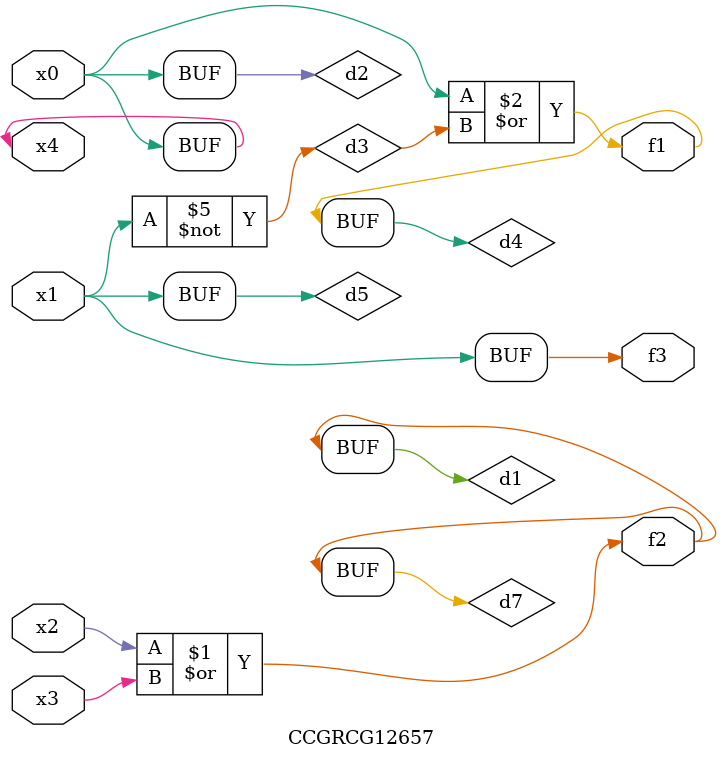
<source format=v>
module CCGRCG12657(
	input x0, x1, x2, x3, x4,
	output f1, f2, f3
);

	wire d1, d2, d3, d4, d5, d6, d7;

	or (d1, x2, x3);
	buf (d2, x0, x4);
	not (d3, x1);
	or (d4, d2, d3);
	not (d5, d3);
	nand (d6, d1, d3);
	or (d7, d1);
	assign f1 = d4;
	assign f2 = d7;
	assign f3 = d5;
endmodule

</source>
